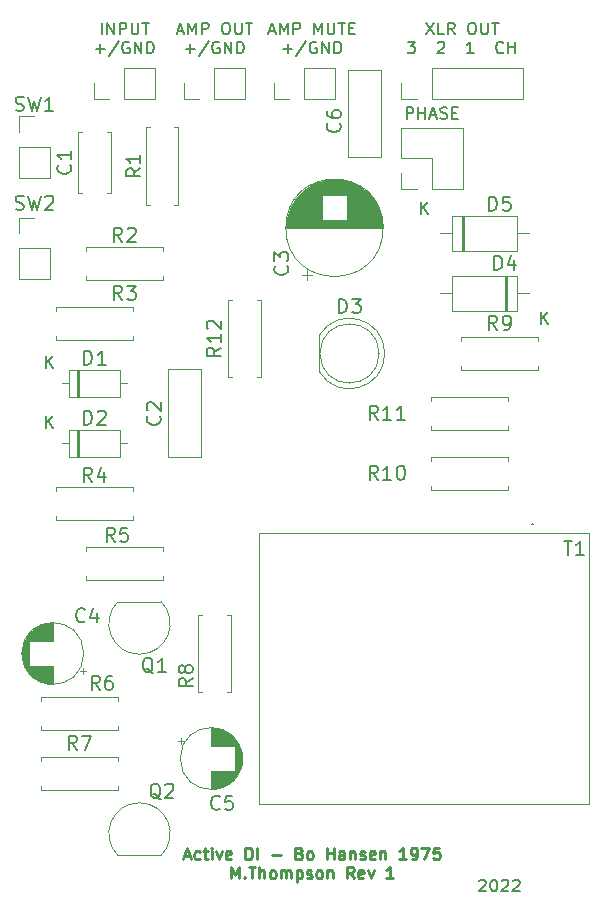
<source format=gbr>
%TF.GenerationSoftware,KiCad,Pcbnew,(6.0.2)*%
%TF.CreationDate,2022-04-03T01:31:02+08:00*%
%TF.ProjectId,BoHansen_DI,426f4861-6e73-4656-9e5f-44492e6b6963,rev?*%
%TF.SameCoordinates,Original*%
%TF.FileFunction,Legend,Top*%
%TF.FilePolarity,Positive*%
%FSLAX46Y46*%
G04 Gerber Fmt 4.6, Leading zero omitted, Abs format (unit mm)*
G04 Created by KiCad (PCBNEW (6.0.2)) date 2022-04-03 01:31:02*
%MOMM*%
%LPD*%
G01*
G04 APERTURE LIST*
%ADD10C,0.150000*%
%ADD11C,0.250000*%
%ADD12C,0.200000*%
%ADD13C,0.120000*%
%ADD14C,0.100000*%
G04 APERTURE END LIST*
D10*
X163592142Y-63952380D02*
X163592142Y-62952380D01*
X163973095Y-62952380D01*
X164068333Y-63000000D01*
X164115952Y-63047619D01*
X164163571Y-63142857D01*
X164163571Y-63285714D01*
X164115952Y-63380952D01*
X164068333Y-63428571D01*
X163973095Y-63476190D01*
X163592142Y-63476190D01*
X164592142Y-63952380D02*
X164592142Y-62952380D01*
X164592142Y-63428571D02*
X165163571Y-63428571D01*
X165163571Y-63952380D02*
X165163571Y-62952380D01*
X165592142Y-63666666D02*
X166068333Y-63666666D01*
X165496904Y-63952380D02*
X165830238Y-62952380D01*
X166163571Y-63952380D01*
X166449285Y-63904761D02*
X166592142Y-63952380D01*
X166830238Y-63952380D01*
X166925476Y-63904761D01*
X166973095Y-63857142D01*
X167020714Y-63761904D01*
X167020714Y-63666666D01*
X166973095Y-63571428D01*
X166925476Y-63523809D01*
X166830238Y-63476190D01*
X166639761Y-63428571D01*
X166544523Y-63380952D01*
X166496904Y-63333333D01*
X166449285Y-63238095D01*
X166449285Y-63142857D01*
X166496904Y-63047619D01*
X166544523Y-63000000D01*
X166639761Y-62952380D01*
X166877857Y-62952380D01*
X167020714Y-63000000D01*
X167449285Y-63428571D02*
X167782619Y-63428571D01*
X167925476Y-63952380D02*
X167449285Y-63952380D01*
X167449285Y-62952380D01*
X167925476Y-62952380D01*
D11*
X144741666Y-126361666D02*
X145217857Y-126361666D01*
X144646428Y-126647380D02*
X144979761Y-125647380D01*
X145313095Y-126647380D01*
X146075000Y-126599761D02*
X145979761Y-126647380D01*
X145789285Y-126647380D01*
X145694047Y-126599761D01*
X145646428Y-126552142D01*
X145598809Y-126456904D01*
X145598809Y-126171190D01*
X145646428Y-126075952D01*
X145694047Y-126028333D01*
X145789285Y-125980714D01*
X145979761Y-125980714D01*
X146075000Y-126028333D01*
X146360714Y-125980714D02*
X146741666Y-125980714D01*
X146503571Y-125647380D02*
X146503571Y-126504523D01*
X146551190Y-126599761D01*
X146646428Y-126647380D01*
X146741666Y-126647380D01*
X147075000Y-126647380D02*
X147075000Y-125980714D01*
X147075000Y-125647380D02*
X147027380Y-125695000D01*
X147075000Y-125742619D01*
X147122619Y-125695000D01*
X147075000Y-125647380D01*
X147075000Y-125742619D01*
X147455952Y-125980714D02*
X147694047Y-126647380D01*
X147932142Y-125980714D01*
X148694047Y-126599761D02*
X148598809Y-126647380D01*
X148408333Y-126647380D01*
X148313095Y-126599761D01*
X148265476Y-126504523D01*
X148265476Y-126123571D01*
X148313095Y-126028333D01*
X148408333Y-125980714D01*
X148598809Y-125980714D01*
X148694047Y-126028333D01*
X148741666Y-126123571D01*
X148741666Y-126218809D01*
X148265476Y-126314047D01*
X149932142Y-126647380D02*
X149932142Y-125647380D01*
X150170238Y-125647380D01*
X150313095Y-125695000D01*
X150408333Y-125790238D01*
X150455952Y-125885476D01*
X150503571Y-126075952D01*
X150503571Y-126218809D01*
X150455952Y-126409285D01*
X150408333Y-126504523D01*
X150313095Y-126599761D01*
X150170238Y-126647380D01*
X149932142Y-126647380D01*
X150932142Y-126647380D02*
X150932142Y-125647380D01*
X152170238Y-126266428D02*
X152932142Y-126266428D01*
X154503571Y-126123571D02*
X154646428Y-126171190D01*
X154694047Y-126218809D01*
X154741666Y-126314047D01*
X154741666Y-126456904D01*
X154694047Y-126552142D01*
X154646428Y-126599761D01*
X154551190Y-126647380D01*
X154170238Y-126647380D01*
X154170238Y-125647380D01*
X154503571Y-125647380D01*
X154598809Y-125695000D01*
X154646428Y-125742619D01*
X154694047Y-125837857D01*
X154694047Y-125933095D01*
X154646428Y-126028333D01*
X154598809Y-126075952D01*
X154503571Y-126123571D01*
X154170238Y-126123571D01*
X155313095Y-126647380D02*
X155217857Y-126599761D01*
X155170238Y-126552142D01*
X155122619Y-126456904D01*
X155122619Y-126171190D01*
X155170238Y-126075952D01*
X155217857Y-126028333D01*
X155313095Y-125980714D01*
X155455952Y-125980714D01*
X155551190Y-126028333D01*
X155598809Y-126075952D01*
X155646428Y-126171190D01*
X155646428Y-126456904D01*
X155598809Y-126552142D01*
X155551190Y-126599761D01*
X155455952Y-126647380D01*
X155313095Y-126647380D01*
X156836904Y-126647380D02*
X156836904Y-125647380D01*
X156836904Y-126123571D02*
X157408333Y-126123571D01*
X157408333Y-126647380D02*
X157408333Y-125647380D01*
X158313095Y-126647380D02*
X158313095Y-126123571D01*
X158265476Y-126028333D01*
X158170238Y-125980714D01*
X157979761Y-125980714D01*
X157884523Y-126028333D01*
X158313095Y-126599761D02*
X158217857Y-126647380D01*
X157979761Y-126647380D01*
X157884523Y-126599761D01*
X157836904Y-126504523D01*
X157836904Y-126409285D01*
X157884523Y-126314047D01*
X157979761Y-126266428D01*
X158217857Y-126266428D01*
X158313095Y-126218809D01*
X158789285Y-125980714D02*
X158789285Y-126647380D01*
X158789285Y-126075952D02*
X158836904Y-126028333D01*
X158932142Y-125980714D01*
X159075000Y-125980714D01*
X159170238Y-126028333D01*
X159217857Y-126123571D01*
X159217857Y-126647380D01*
X159646428Y-126599761D02*
X159741666Y-126647380D01*
X159932142Y-126647380D01*
X160027380Y-126599761D01*
X160075000Y-126504523D01*
X160075000Y-126456904D01*
X160027380Y-126361666D01*
X159932142Y-126314047D01*
X159789285Y-126314047D01*
X159694047Y-126266428D01*
X159646428Y-126171190D01*
X159646428Y-126123571D01*
X159694047Y-126028333D01*
X159789285Y-125980714D01*
X159932142Y-125980714D01*
X160027380Y-126028333D01*
X160884523Y-126599761D02*
X160789285Y-126647380D01*
X160598809Y-126647380D01*
X160503571Y-126599761D01*
X160455952Y-126504523D01*
X160455952Y-126123571D01*
X160503571Y-126028333D01*
X160598809Y-125980714D01*
X160789285Y-125980714D01*
X160884523Y-126028333D01*
X160932142Y-126123571D01*
X160932142Y-126218809D01*
X160455952Y-126314047D01*
X161360714Y-125980714D02*
X161360714Y-126647380D01*
X161360714Y-126075952D02*
X161408333Y-126028333D01*
X161503571Y-125980714D01*
X161646428Y-125980714D01*
X161741666Y-126028333D01*
X161789285Y-126123571D01*
X161789285Y-126647380D01*
X163551190Y-126647380D02*
X162979761Y-126647380D01*
X163265476Y-126647380D02*
X163265476Y-125647380D01*
X163170238Y-125790238D01*
X163075000Y-125885476D01*
X162979761Y-125933095D01*
X164027380Y-126647380D02*
X164217857Y-126647380D01*
X164313095Y-126599761D01*
X164360714Y-126552142D01*
X164455952Y-126409285D01*
X164503571Y-126218809D01*
X164503571Y-125837857D01*
X164455952Y-125742619D01*
X164408333Y-125695000D01*
X164313095Y-125647380D01*
X164122619Y-125647380D01*
X164027380Y-125695000D01*
X163979761Y-125742619D01*
X163932142Y-125837857D01*
X163932142Y-126075952D01*
X163979761Y-126171190D01*
X164027380Y-126218809D01*
X164122619Y-126266428D01*
X164313095Y-126266428D01*
X164408333Y-126218809D01*
X164455952Y-126171190D01*
X164503571Y-126075952D01*
X164836904Y-125647380D02*
X165503571Y-125647380D01*
X165075000Y-126647380D01*
X166360714Y-125647380D02*
X165884523Y-125647380D01*
X165836904Y-126123571D01*
X165884523Y-126075952D01*
X165979761Y-126028333D01*
X166217857Y-126028333D01*
X166313095Y-126075952D01*
X166360714Y-126123571D01*
X166408333Y-126218809D01*
X166408333Y-126456904D01*
X166360714Y-126552142D01*
X166313095Y-126599761D01*
X166217857Y-126647380D01*
X165979761Y-126647380D01*
X165884523Y-126599761D01*
X165836904Y-126552142D01*
X148741666Y-128257380D02*
X148741666Y-127257380D01*
X149075000Y-127971666D01*
X149408333Y-127257380D01*
X149408333Y-128257380D01*
X149884523Y-128162142D02*
X149932142Y-128209761D01*
X149884523Y-128257380D01*
X149836904Y-128209761D01*
X149884523Y-128162142D01*
X149884523Y-128257380D01*
X150217857Y-127257380D02*
X150789285Y-127257380D01*
X150503571Y-128257380D02*
X150503571Y-127257380D01*
X151122619Y-128257380D02*
X151122619Y-127257380D01*
X151551190Y-128257380D02*
X151551190Y-127733571D01*
X151503571Y-127638333D01*
X151408333Y-127590714D01*
X151265476Y-127590714D01*
X151170238Y-127638333D01*
X151122619Y-127685952D01*
X152170238Y-128257380D02*
X152075000Y-128209761D01*
X152027380Y-128162142D01*
X151979761Y-128066904D01*
X151979761Y-127781190D01*
X152027380Y-127685952D01*
X152075000Y-127638333D01*
X152170238Y-127590714D01*
X152313095Y-127590714D01*
X152408333Y-127638333D01*
X152455952Y-127685952D01*
X152503571Y-127781190D01*
X152503571Y-128066904D01*
X152455952Y-128162142D01*
X152408333Y-128209761D01*
X152313095Y-128257380D01*
X152170238Y-128257380D01*
X152932142Y-128257380D02*
X152932142Y-127590714D01*
X152932142Y-127685952D02*
X152979761Y-127638333D01*
X153075000Y-127590714D01*
X153217857Y-127590714D01*
X153313095Y-127638333D01*
X153360714Y-127733571D01*
X153360714Y-128257380D01*
X153360714Y-127733571D02*
X153408333Y-127638333D01*
X153503571Y-127590714D01*
X153646428Y-127590714D01*
X153741666Y-127638333D01*
X153789285Y-127733571D01*
X153789285Y-128257380D01*
X154265476Y-127590714D02*
X154265476Y-128590714D01*
X154265476Y-127638333D02*
X154360714Y-127590714D01*
X154551190Y-127590714D01*
X154646428Y-127638333D01*
X154694047Y-127685952D01*
X154741666Y-127781190D01*
X154741666Y-128066904D01*
X154694047Y-128162142D01*
X154646428Y-128209761D01*
X154551190Y-128257380D01*
X154360714Y-128257380D01*
X154265476Y-128209761D01*
X155122619Y-128209761D02*
X155217857Y-128257380D01*
X155408333Y-128257380D01*
X155503571Y-128209761D01*
X155551190Y-128114523D01*
X155551190Y-128066904D01*
X155503571Y-127971666D01*
X155408333Y-127924047D01*
X155265476Y-127924047D01*
X155170238Y-127876428D01*
X155122619Y-127781190D01*
X155122619Y-127733571D01*
X155170238Y-127638333D01*
X155265476Y-127590714D01*
X155408333Y-127590714D01*
X155503571Y-127638333D01*
X156122619Y-128257380D02*
X156027380Y-128209761D01*
X155979761Y-128162142D01*
X155932142Y-128066904D01*
X155932142Y-127781190D01*
X155979761Y-127685952D01*
X156027380Y-127638333D01*
X156122619Y-127590714D01*
X156265476Y-127590714D01*
X156360714Y-127638333D01*
X156408333Y-127685952D01*
X156455952Y-127781190D01*
X156455952Y-128066904D01*
X156408333Y-128162142D01*
X156360714Y-128209761D01*
X156265476Y-128257380D01*
X156122619Y-128257380D01*
X156884523Y-127590714D02*
X156884523Y-128257380D01*
X156884523Y-127685952D02*
X156932142Y-127638333D01*
X157027380Y-127590714D01*
X157170238Y-127590714D01*
X157265476Y-127638333D01*
X157313095Y-127733571D01*
X157313095Y-128257380D01*
X159122619Y-128257380D02*
X158789285Y-127781190D01*
X158551190Y-128257380D02*
X158551190Y-127257380D01*
X158932142Y-127257380D01*
X159027380Y-127305000D01*
X159075000Y-127352619D01*
X159122619Y-127447857D01*
X159122619Y-127590714D01*
X159075000Y-127685952D01*
X159027380Y-127733571D01*
X158932142Y-127781190D01*
X158551190Y-127781190D01*
X159932142Y-128209761D02*
X159836904Y-128257380D01*
X159646428Y-128257380D01*
X159551190Y-128209761D01*
X159503571Y-128114523D01*
X159503571Y-127733571D01*
X159551190Y-127638333D01*
X159646428Y-127590714D01*
X159836904Y-127590714D01*
X159932142Y-127638333D01*
X159979761Y-127733571D01*
X159979761Y-127828809D01*
X159503571Y-127924047D01*
X160313095Y-127590714D02*
X160551190Y-128257380D01*
X160789285Y-127590714D01*
X162455952Y-128257380D02*
X161884523Y-128257380D01*
X162170238Y-128257380D02*
X162170238Y-127257380D01*
X162075000Y-127400238D01*
X161979761Y-127495476D01*
X161884523Y-127543095D01*
D10*
X169735714Y-128452619D02*
X169783333Y-128405000D01*
X169878571Y-128357380D01*
X170116666Y-128357380D01*
X170211904Y-128405000D01*
X170259523Y-128452619D01*
X170307142Y-128547857D01*
X170307142Y-128643095D01*
X170259523Y-128785952D01*
X169688095Y-129357380D01*
X170307142Y-129357380D01*
X170926190Y-128357380D02*
X171021428Y-128357380D01*
X171116666Y-128405000D01*
X171164285Y-128452619D01*
X171211904Y-128547857D01*
X171259523Y-128738333D01*
X171259523Y-128976428D01*
X171211904Y-129166904D01*
X171164285Y-129262142D01*
X171116666Y-129309761D01*
X171021428Y-129357380D01*
X170926190Y-129357380D01*
X170830952Y-129309761D01*
X170783333Y-129262142D01*
X170735714Y-129166904D01*
X170688095Y-128976428D01*
X170688095Y-128738333D01*
X170735714Y-128547857D01*
X170783333Y-128452619D01*
X170830952Y-128405000D01*
X170926190Y-128357380D01*
X171640476Y-128452619D02*
X171688095Y-128405000D01*
X171783333Y-128357380D01*
X172021428Y-128357380D01*
X172116666Y-128405000D01*
X172164285Y-128452619D01*
X172211904Y-128547857D01*
X172211904Y-128643095D01*
X172164285Y-128785952D01*
X171592857Y-129357380D01*
X172211904Y-129357380D01*
X172592857Y-128452619D02*
X172640476Y-128405000D01*
X172735714Y-128357380D01*
X172973809Y-128357380D01*
X173069047Y-128405000D01*
X173116666Y-128452619D01*
X173164285Y-128547857D01*
X173164285Y-128643095D01*
X173116666Y-128785952D01*
X172545238Y-129357380D01*
X173164285Y-129357380D01*
X137771428Y-56797380D02*
X137771428Y-55797380D01*
X138247619Y-56797380D02*
X138247619Y-55797380D01*
X138819047Y-56797380D01*
X138819047Y-55797380D01*
X139295238Y-56797380D02*
X139295238Y-55797380D01*
X139676190Y-55797380D01*
X139771428Y-55845000D01*
X139819047Y-55892619D01*
X139866666Y-55987857D01*
X139866666Y-56130714D01*
X139819047Y-56225952D01*
X139771428Y-56273571D01*
X139676190Y-56321190D01*
X139295238Y-56321190D01*
X140295238Y-55797380D02*
X140295238Y-56606904D01*
X140342857Y-56702142D01*
X140390476Y-56749761D01*
X140485714Y-56797380D01*
X140676190Y-56797380D01*
X140771428Y-56749761D01*
X140819047Y-56702142D01*
X140866666Y-56606904D01*
X140866666Y-55797380D01*
X141200000Y-55797380D02*
X141771428Y-55797380D01*
X141485714Y-56797380D02*
X141485714Y-55797380D01*
X137271428Y-58026428D02*
X138033333Y-58026428D01*
X137652380Y-58407380D02*
X137652380Y-57645476D01*
X139223809Y-57359761D02*
X138366666Y-58645476D01*
X140080952Y-57455000D02*
X139985714Y-57407380D01*
X139842857Y-57407380D01*
X139700000Y-57455000D01*
X139604761Y-57550238D01*
X139557142Y-57645476D01*
X139509523Y-57835952D01*
X139509523Y-57978809D01*
X139557142Y-58169285D01*
X139604761Y-58264523D01*
X139700000Y-58359761D01*
X139842857Y-58407380D01*
X139938095Y-58407380D01*
X140080952Y-58359761D01*
X140128571Y-58312142D01*
X140128571Y-57978809D01*
X139938095Y-57978809D01*
X140557142Y-58407380D02*
X140557142Y-57407380D01*
X141128571Y-58407380D01*
X141128571Y-57407380D01*
X141604761Y-58407380D02*
X141604761Y-57407380D01*
X141842857Y-57407380D01*
X141985714Y-57455000D01*
X142080952Y-57550238D01*
X142128571Y-57645476D01*
X142176190Y-57835952D01*
X142176190Y-57978809D01*
X142128571Y-58169285D01*
X142080952Y-58264523D01*
X141985714Y-58359761D01*
X141842857Y-58407380D01*
X141604761Y-58407380D01*
X165227380Y-55797380D02*
X165894047Y-56797380D01*
X165894047Y-55797380D02*
X165227380Y-56797380D01*
X166751190Y-56797380D02*
X166275000Y-56797380D01*
X166275000Y-55797380D01*
X167655952Y-56797380D02*
X167322619Y-56321190D01*
X167084523Y-56797380D02*
X167084523Y-55797380D01*
X167465476Y-55797380D01*
X167560714Y-55845000D01*
X167608333Y-55892619D01*
X167655952Y-55987857D01*
X167655952Y-56130714D01*
X167608333Y-56225952D01*
X167560714Y-56273571D01*
X167465476Y-56321190D01*
X167084523Y-56321190D01*
X169036904Y-55797380D02*
X169227380Y-55797380D01*
X169322619Y-55845000D01*
X169417857Y-55940238D01*
X169465476Y-56130714D01*
X169465476Y-56464047D01*
X169417857Y-56654523D01*
X169322619Y-56749761D01*
X169227380Y-56797380D01*
X169036904Y-56797380D01*
X168941666Y-56749761D01*
X168846428Y-56654523D01*
X168798809Y-56464047D01*
X168798809Y-56130714D01*
X168846428Y-55940238D01*
X168941666Y-55845000D01*
X169036904Y-55797380D01*
X169894047Y-55797380D02*
X169894047Y-56606904D01*
X169941666Y-56702142D01*
X169989285Y-56749761D01*
X170084523Y-56797380D01*
X170275000Y-56797380D01*
X170370238Y-56749761D01*
X170417857Y-56702142D01*
X170465476Y-56606904D01*
X170465476Y-55797380D01*
X170798809Y-55797380D02*
X171370238Y-55797380D01*
X171084523Y-56797380D02*
X171084523Y-55797380D01*
X163679761Y-57407380D02*
X164298809Y-57407380D01*
X163965476Y-57788333D01*
X164108333Y-57788333D01*
X164203571Y-57835952D01*
X164251190Y-57883571D01*
X164298809Y-57978809D01*
X164298809Y-58216904D01*
X164251190Y-58312142D01*
X164203571Y-58359761D01*
X164108333Y-58407380D01*
X163822619Y-58407380D01*
X163727380Y-58359761D01*
X163679761Y-58312142D01*
X166203571Y-57502619D02*
X166251190Y-57455000D01*
X166346428Y-57407380D01*
X166584523Y-57407380D01*
X166679761Y-57455000D01*
X166727380Y-57502619D01*
X166775000Y-57597857D01*
X166775000Y-57693095D01*
X166727380Y-57835952D01*
X166155952Y-58407380D01*
X166775000Y-58407380D01*
X169251190Y-58407380D02*
X168679761Y-58407380D01*
X168965476Y-58407380D02*
X168965476Y-57407380D01*
X168870238Y-57550238D01*
X168775000Y-57645476D01*
X168679761Y-57693095D01*
X171775000Y-58312142D02*
X171727380Y-58359761D01*
X171584523Y-58407380D01*
X171489285Y-58407380D01*
X171346428Y-58359761D01*
X171251190Y-58264523D01*
X171203571Y-58169285D01*
X171155952Y-57978809D01*
X171155952Y-57835952D01*
X171203571Y-57645476D01*
X171251190Y-57550238D01*
X171346428Y-57455000D01*
X171489285Y-57407380D01*
X171584523Y-57407380D01*
X171727380Y-57455000D01*
X171775000Y-57502619D01*
X172203571Y-58407380D02*
X172203571Y-57407380D01*
X172203571Y-57883571D02*
X172775000Y-57883571D01*
X172775000Y-58407380D02*
X172775000Y-57407380D01*
X151955952Y-56511666D02*
X152432142Y-56511666D01*
X151860714Y-56797380D02*
X152194047Y-55797380D01*
X152527380Y-56797380D01*
X152860714Y-56797380D02*
X152860714Y-55797380D01*
X153194047Y-56511666D01*
X153527380Y-55797380D01*
X153527380Y-56797380D01*
X154003571Y-56797380D02*
X154003571Y-55797380D01*
X154384523Y-55797380D01*
X154479761Y-55845000D01*
X154527380Y-55892619D01*
X154575000Y-55987857D01*
X154575000Y-56130714D01*
X154527380Y-56225952D01*
X154479761Y-56273571D01*
X154384523Y-56321190D01*
X154003571Y-56321190D01*
X155765476Y-56797380D02*
X155765476Y-55797380D01*
X156098809Y-56511666D01*
X156432142Y-55797380D01*
X156432142Y-56797380D01*
X156908333Y-55797380D02*
X156908333Y-56606904D01*
X156955952Y-56702142D01*
X157003571Y-56749761D01*
X157098809Y-56797380D01*
X157289285Y-56797380D01*
X157384523Y-56749761D01*
X157432142Y-56702142D01*
X157479761Y-56606904D01*
X157479761Y-55797380D01*
X157813095Y-55797380D02*
X158384523Y-55797380D01*
X158098809Y-56797380D02*
X158098809Y-55797380D01*
X158717857Y-56273571D02*
X159051190Y-56273571D01*
X159194047Y-56797380D02*
X158717857Y-56797380D01*
X158717857Y-55797380D01*
X159194047Y-55797380D01*
X153146428Y-58026428D02*
X153908333Y-58026428D01*
X153527380Y-58407380D02*
X153527380Y-57645476D01*
X155098809Y-57359761D02*
X154241666Y-58645476D01*
X155955952Y-57455000D02*
X155860714Y-57407380D01*
X155717857Y-57407380D01*
X155575000Y-57455000D01*
X155479761Y-57550238D01*
X155432142Y-57645476D01*
X155384523Y-57835952D01*
X155384523Y-57978809D01*
X155432142Y-58169285D01*
X155479761Y-58264523D01*
X155575000Y-58359761D01*
X155717857Y-58407380D01*
X155813095Y-58407380D01*
X155955952Y-58359761D01*
X156003571Y-58312142D01*
X156003571Y-57978809D01*
X155813095Y-57978809D01*
X156432142Y-58407380D02*
X156432142Y-57407380D01*
X157003571Y-58407380D01*
X157003571Y-57407380D01*
X157479761Y-58407380D02*
X157479761Y-57407380D01*
X157717857Y-57407380D01*
X157860714Y-57455000D01*
X157955952Y-57550238D01*
X158003571Y-57645476D01*
X158051190Y-57835952D01*
X158051190Y-57978809D01*
X158003571Y-58169285D01*
X157955952Y-58264523D01*
X157860714Y-58359761D01*
X157717857Y-58407380D01*
X157479761Y-58407380D01*
X144200952Y-56511666D02*
X144677142Y-56511666D01*
X144105714Y-56797380D02*
X144439047Y-55797380D01*
X144772380Y-56797380D01*
X145105714Y-56797380D02*
X145105714Y-55797380D01*
X145439047Y-56511666D01*
X145772380Y-55797380D01*
X145772380Y-56797380D01*
X146248571Y-56797380D02*
X146248571Y-55797380D01*
X146629523Y-55797380D01*
X146724761Y-55845000D01*
X146772380Y-55892619D01*
X146820000Y-55987857D01*
X146820000Y-56130714D01*
X146772380Y-56225952D01*
X146724761Y-56273571D01*
X146629523Y-56321190D01*
X146248571Y-56321190D01*
X148200952Y-55797380D02*
X148391428Y-55797380D01*
X148486666Y-55845000D01*
X148581904Y-55940238D01*
X148629523Y-56130714D01*
X148629523Y-56464047D01*
X148581904Y-56654523D01*
X148486666Y-56749761D01*
X148391428Y-56797380D01*
X148200952Y-56797380D01*
X148105714Y-56749761D01*
X148010476Y-56654523D01*
X147962857Y-56464047D01*
X147962857Y-56130714D01*
X148010476Y-55940238D01*
X148105714Y-55845000D01*
X148200952Y-55797380D01*
X149058095Y-55797380D02*
X149058095Y-56606904D01*
X149105714Y-56702142D01*
X149153333Y-56749761D01*
X149248571Y-56797380D01*
X149439047Y-56797380D01*
X149534285Y-56749761D01*
X149581904Y-56702142D01*
X149629523Y-56606904D01*
X149629523Y-55797380D01*
X149962857Y-55797380D02*
X150534285Y-55797380D01*
X150248571Y-56797380D02*
X150248571Y-55797380D01*
X144891428Y-58026428D02*
X145653333Y-58026428D01*
X145272380Y-58407380D02*
X145272380Y-57645476D01*
X146843809Y-57359761D02*
X145986666Y-58645476D01*
X147700952Y-57455000D02*
X147605714Y-57407380D01*
X147462857Y-57407380D01*
X147320000Y-57455000D01*
X147224761Y-57550238D01*
X147177142Y-57645476D01*
X147129523Y-57835952D01*
X147129523Y-57978809D01*
X147177142Y-58169285D01*
X147224761Y-58264523D01*
X147320000Y-58359761D01*
X147462857Y-58407380D01*
X147558095Y-58407380D01*
X147700952Y-58359761D01*
X147748571Y-58312142D01*
X147748571Y-57978809D01*
X147558095Y-57978809D01*
X148177142Y-58407380D02*
X148177142Y-57407380D01*
X148748571Y-58407380D01*
X148748571Y-57407380D01*
X149224761Y-58407380D02*
X149224761Y-57407380D01*
X149462857Y-57407380D01*
X149605714Y-57455000D01*
X149700952Y-57550238D01*
X149748571Y-57645476D01*
X149796190Y-57835952D01*
X149796190Y-57978809D01*
X149748571Y-58169285D01*
X149700952Y-58264523D01*
X149605714Y-58359761D01*
X149462857Y-58407380D01*
X149224761Y-58407380D01*
D12*
%TO.C,R4*%
X136960000Y-94692857D02*
X136560000Y-94121428D01*
X136274285Y-94692857D02*
X136274285Y-93492857D01*
X136731428Y-93492857D01*
X136845714Y-93550000D01*
X136902857Y-93607142D01*
X136960000Y-93721428D01*
X136960000Y-93892857D01*
X136902857Y-94007142D01*
X136845714Y-94064285D01*
X136731428Y-94121428D01*
X136274285Y-94121428D01*
X137988571Y-93892857D02*
X137988571Y-94692857D01*
X137702857Y-93435714D02*
X137417142Y-94292857D01*
X138160000Y-94292857D01*
%TO.C,C2*%
X142668571Y-89100000D02*
X142725714Y-89157142D01*
X142782857Y-89328571D01*
X142782857Y-89442857D01*
X142725714Y-89614285D01*
X142611428Y-89728571D01*
X142497142Y-89785714D01*
X142268571Y-89842857D01*
X142097142Y-89842857D01*
X141868571Y-89785714D01*
X141754285Y-89728571D01*
X141640000Y-89614285D01*
X141582857Y-89442857D01*
X141582857Y-89328571D01*
X141640000Y-89157142D01*
X141697142Y-89100000D01*
X141697142Y-88642857D02*
X141640000Y-88585714D01*
X141582857Y-88471428D01*
X141582857Y-88185714D01*
X141640000Y-88071428D01*
X141697142Y-88014285D01*
X141811428Y-87957142D01*
X141925714Y-87957142D01*
X142097142Y-88014285D01*
X142782857Y-88700000D01*
X142782857Y-87957142D01*
%TO.C,R11*%
X161153571Y-89442857D02*
X160753571Y-88871428D01*
X160467857Y-89442857D02*
X160467857Y-88242857D01*
X160925000Y-88242857D01*
X161039285Y-88300000D01*
X161096428Y-88357142D01*
X161153571Y-88471428D01*
X161153571Y-88642857D01*
X161096428Y-88757142D01*
X161039285Y-88814285D01*
X160925000Y-88871428D01*
X160467857Y-88871428D01*
X162296428Y-89442857D02*
X161610714Y-89442857D01*
X161953571Y-89442857D02*
X161953571Y-88242857D01*
X161839285Y-88414285D01*
X161725000Y-88528571D01*
X161610714Y-88585714D01*
X163439285Y-89442857D02*
X162753571Y-89442857D01*
X163096428Y-89442857D02*
X163096428Y-88242857D01*
X162982142Y-88414285D01*
X162867857Y-88528571D01*
X162753571Y-88585714D01*
%TO.C,R1*%
X141047857Y-68145000D02*
X140476428Y-68545000D01*
X141047857Y-68830714D02*
X139847857Y-68830714D01*
X139847857Y-68373571D01*
X139905000Y-68259285D01*
X139962142Y-68202142D01*
X140076428Y-68145000D01*
X140247857Y-68145000D01*
X140362142Y-68202142D01*
X140419285Y-68259285D01*
X140476428Y-68373571D01*
X140476428Y-68830714D01*
X141047857Y-67002142D02*
X141047857Y-67687857D01*
X141047857Y-67345000D02*
X139847857Y-67345000D01*
X140019285Y-67459285D01*
X140133571Y-67573571D01*
X140190714Y-67687857D01*
%TO.C,D2*%
X136274285Y-89862857D02*
X136274285Y-88662857D01*
X136560000Y-88662857D01*
X136731428Y-88720000D01*
X136845714Y-88834285D01*
X136902857Y-88948571D01*
X136960000Y-89177142D01*
X136960000Y-89348571D01*
X136902857Y-89577142D01*
X136845714Y-89691428D01*
X136731428Y-89805714D01*
X136560000Y-89862857D01*
X136274285Y-89862857D01*
X137417142Y-88777142D02*
X137474285Y-88720000D01*
X137588571Y-88662857D01*
X137874285Y-88662857D01*
X137988571Y-88720000D01*
X138045714Y-88777142D01*
X138102857Y-88891428D01*
X138102857Y-89005714D01*
X138045714Y-89177142D01*
X137360000Y-89862857D01*
X138102857Y-89862857D01*
D10*
X133088095Y-90092380D02*
X133088095Y-89092380D01*
X133659523Y-90092380D02*
X133230952Y-89520952D01*
X133659523Y-89092380D02*
X133088095Y-89663809D01*
D12*
%TO.C,R8*%
X145492857Y-111325000D02*
X144921428Y-111725000D01*
X145492857Y-112010714D02*
X144292857Y-112010714D01*
X144292857Y-111553571D01*
X144350000Y-111439285D01*
X144407142Y-111382142D01*
X144521428Y-111325000D01*
X144692857Y-111325000D01*
X144807142Y-111382142D01*
X144864285Y-111439285D01*
X144921428Y-111553571D01*
X144921428Y-112010714D01*
X144807142Y-110639285D02*
X144750000Y-110753571D01*
X144692857Y-110810714D01*
X144578571Y-110867857D01*
X144521428Y-110867857D01*
X144407142Y-110810714D01*
X144350000Y-110753571D01*
X144292857Y-110639285D01*
X144292857Y-110410714D01*
X144350000Y-110296428D01*
X144407142Y-110239285D01*
X144521428Y-110182142D01*
X144578571Y-110182142D01*
X144692857Y-110239285D01*
X144750000Y-110296428D01*
X144807142Y-110410714D01*
X144807142Y-110639285D01*
X144864285Y-110753571D01*
X144921428Y-110810714D01*
X145035714Y-110867857D01*
X145264285Y-110867857D01*
X145378571Y-110810714D01*
X145435714Y-110753571D01*
X145492857Y-110639285D01*
X145492857Y-110410714D01*
X145435714Y-110296428D01*
X145378571Y-110239285D01*
X145264285Y-110182142D01*
X145035714Y-110182142D01*
X144921428Y-110239285D01*
X144864285Y-110296428D01*
X144807142Y-110410714D01*
%TO.C,C1*%
X135088571Y-67850000D02*
X135145714Y-67907142D01*
X135202857Y-68078571D01*
X135202857Y-68192857D01*
X135145714Y-68364285D01*
X135031428Y-68478571D01*
X134917142Y-68535714D01*
X134688571Y-68592857D01*
X134517142Y-68592857D01*
X134288571Y-68535714D01*
X134174285Y-68478571D01*
X134060000Y-68364285D01*
X134002857Y-68192857D01*
X134002857Y-68078571D01*
X134060000Y-67907142D01*
X134117142Y-67850000D01*
X135202857Y-66707142D02*
X135202857Y-67392857D01*
X135202857Y-67050000D02*
X134002857Y-67050000D01*
X134174285Y-67164285D01*
X134288571Y-67278571D01*
X134345714Y-67392857D01*
%TO.C,SW2*%
X130480000Y-71605714D02*
X130651428Y-71662857D01*
X130937142Y-71662857D01*
X131051428Y-71605714D01*
X131108571Y-71548571D01*
X131165714Y-71434285D01*
X131165714Y-71320000D01*
X131108571Y-71205714D01*
X131051428Y-71148571D01*
X130937142Y-71091428D01*
X130708571Y-71034285D01*
X130594285Y-70977142D01*
X130537142Y-70920000D01*
X130480000Y-70805714D01*
X130480000Y-70691428D01*
X130537142Y-70577142D01*
X130594285Y-70520000D01*
X130708571Y-70462857D01*
X130994285Y-70462857D01*
X131165714Y-70520000D01*
X131565714Y-70462857D02*
X131851428Y-71662857D01*
X132080000Y-70805714D01*
X132308571Y-71662857D01*
X132594285Y-70462857D01*
X132994285Y-70577142D02*
X133051428Y-70520000D01*
X133165714Y-70462857D01*
X133451428Y-70462857D01*
X133565714Y-70520000D01*
X133622857Y-70577142D01*
X133680000Y-70691428D01*
X133680000Y-70805714D01*
X133622857Y-70977142D01*
X132937142Y-71662857D01*
X133680000Y-71662857D01*
%TO.C,R5*%
X138865000Y-99772857D02*
X138465000Y-99201428D01*
X138179285Y-99772857D02*
X138179285Y-98572857D01*
X138636428Y-98572857D01*
X138750714Y-98630000D01*
X138807857Y-98687142D01*
X138865000Y-98801428D01*
X138865000Y-98972857D01*
X138807857Y-99087142D01*
X138750714Y-99144285D01*
X138636428Y-99201428D01*
X138179285Y-99201428D01*
X139950714Y-98572857D02*
X139379285Y-98572857D01*
X139322142Y-99144285D01*
X139379285Y-99087142D01*
X139493571Y-99030000D01*
X139779285Y-99030000D01*
X139893571Y-99087142D01*
X139950714Y-99144285D01*
X140007857Y-99258571D01*
X140007857Y-99544285D01*
X139950714Y-99658571D01*
X139893571Y-99715714D01*
X139779285Y-99772857D01*
X139493571Y-99772857D01*
X139379285Y-99715714D01*
X139322142Y-99658571D01*
%TO.C,C3*%
X153463571Y-76400000D02*
X153520714Y-76457142D01*
X153577857Y-76628571D01*
X153577857Y-76742857D01*
X153520714Y-76914285D01*
X153406428Y-77028571D01*
X153292142Y-77085714D01*
X153063571Y-77142857D01*
X152892142Y-77142857D01*
X152663571Y-77085714D01*
X152549285Y-77028571D01*
X152435000Y-76914285D01*
X152377857Y-76742857D01*
X152377857Y-76628571D01*
X152435000Y-76457142D01*
X152492142Y-76400000D01*
X152377857Y-76000000D02*
X152377857Y-75257142D01*
X152835000Y-75657142D01*
X152835000Y-75485714D01*
X152892142Y-75371428D01*
X152949285Y-75314285D01*
X153063571Y-75257142D01*
X153349285Y-75257142D01*
X153463571Y-75314285D01*
X153520714Y-75371428D01*
X153577857Y-75485714D01*
X153577857Y-75828571D01*
X153520714Y-75942857D01*
X153463571Y-76000000D01*
%TO.C,C6*%
X157908571Y-64335000D02*
X157965714Y-64392142D01*
X158022857Y-64563571D01*
X158022857Y-64677857D01*
X157965714Y-64849285D01*
X157851428Y-64963571D01*
X157737142Y-65020714D01*
X157508571Y-65077857D01*
X157337142Y-65077857D01*
X157108571Y-65020714D01*
X156994285Y-64963571D01*
X156880000Y-64849285D01*
X156822857Y-64677857D01*
X156822857Y-64563571D01*
X156880000Y-64392142D01*
X156937142Y-64335000D01*
X156822857Y-63306428D02*
X156822857Y-63535000D01*
X156880000Y-63649285D01*
X156937142Y-63706428D01*
X157108571Y-63820714D01*
X157337142Y-63877857D01*
X157794285Y-63877857D01*
X157908571Y-63820714D01*
X157965714Y-63763571D01*
X158022857Y-63649285D01*
X158022857Y-63420714D01*
X157965714Y-63306428D01*
X157908571Y-63249285D01*
X157794285Y-63192142D01*
X157508571Y-63192142D01*
X157394285Y-63249285D01*
X157337142Y-63306428D01*
X157280000Y-63420714D01*
X157280000Y-63649285D01*
X157337142Y-63763571D01*
X157394285Y-63820714D01*
X157508571Y-63877857D01*
%TO.C,D5*%
X170564285Y-71732857D02*
X170564285Y-70532857D01*
X170850000Y-70532857D01*
X171021428Y-70590000D01*
X171135714Y-70704285D01*
X171192857Y-70818571D01*
X171250000Y-71047142D01*
X171250000Y-71218571D01*
X171192857Y-71447142D01*
X171135714Y-71561428D01*
X171021428Y-71675714D01*
X170850000Y-71732857D01*
X170564285Y-71732857D01*
X172335714Y-70532857D02*
X171764285Y-70532857D01*
X171707142Y-71104285D01*
X171764285Y-71047142D01*
X171878571Y-70990000D01*
X172164285Y-70990000D01*
X172278571Y-71047142D01*
X172335714Y-71104285D01*
X172392857Y-71218571D01*
X172392857Y-71504285D01*
X172335714Y-71618571D01*
X172278571Y-71675714D01*
X172164285Y-71732857D01*
X171878571Y-71732857D01*
X171764285Y-71675714D01*
X171707142Y-71618571D01*
D10*
X164838095Y-72012380D02*
X164838095Y-71012380D01*
X165409523Y-72012380D02*
X164980952Y-71440952D01*
X165409523Y-71012380D02*
X164838095Y-71583809D01*
D12*
%TO.C,T1*%
X176885714Y-99672857D02*
X177571428Y-99672857D01*
X177228571Y-100872857D02*
X177228571Y-99672857D01*
X178600000Y-100872857D02*
X177914285Y-100872857D01*
X178257142Y-100872857D02*
X178257142Y-99672857D01*
X178142857Y-99844285D01*
X178028571Y-99958571D01*
X177914285Y-100015714D01*
%TO.C,R9*%
X171250000Y-81822857D02*
X170850000Y-81251428D01*
X170564285Y-81822857D02*
X170564285Y-80622857D01*
X171021428Y-80622857D01*
X171135714Y-80680000D01*
X171192857Y-80737142D01*
X171250000Y-80851428D01*
X171250000Y-81022857D01*
X171192857Y-81137142D01*
X171135714Y-81194285D01*
X171021428Y-81251428D01*
X170564285Y-81251428D01*
X171821428Y-81822857D02*
X172050000Y-81822857D01*
X172164285Y-81765714D01*
X172221428Y-81708571D01*
X172335714Y-81537142D01*
X172392857Y-81308571D01*
X172392857Y-80851428D01*
X172335714Y-80737142D01*
X172278571Y-80680000D01*
X172164285Y-80622857D01*
X171935714Y-80622857D01*
X171821428Y-80680000D01*
X171764285Y-80737142D01*
X171707142Y-80851428D01*
X171707142Y-81137142D01*
X171764285Y-81251428D01*
X171821428Y-81308571D01*
X171935714Y-81365714D01*
X172164285Y-81365714D01*
X172278571Y-81308571D01*
X172335714Y-81251428D01*
X172392857Y-81137142D01*
%TO.C,C5*%
X147755000Y-122348571D02*
X147697857Y-122405714D01*
X147526428Y-122462857D01*
X147412142Y-122462857D01*
X147240714Y-122405714D01*
X147126428Y-122291428D01*
X147069285Y-122177142D01*
X147012142Y-121948571D01*
X147012142Y-121777142D01*
X147069285Y-121548571D01*
X147126428Y-121434285D01*
X147240714Y-121320000D01*
X147412142Y-121262857D01*
X147526428Y-121262857D01*
X147697857Y-121320000D01*
X147755000Y-121377142D01*
X148840714Y-121262857D02*
X148269285Y-121262857D01*
X148212142Y-121834285D01*
X148269285Y-121777142D01*
X148383571Y-121720000D01*
X148669285Y-121720000D01*
X148783571Y-121777142D01*
X148840714Y-121834285D01*
X148897857Y-121948571D01*
X148897857Y-122234285D01*
X148840714Y-122348571D01*
X148783571Y-122405714D01*
X148669285Y-122462857D01*
X148383571Y-122462857D01*
X148269285Y-122405714D01*
X148212142Y-122348571D01*
%TO.C,R10*%
X161153571Y-94522857D02*
X160753571Y-93951428D01*
X160467857Y-94522857D02*
X160467857Y-93322857D01*
X160925000Y-93322857D01*
X161039285Y-93380000D01*
X161096428Y-93437142D01*
X161153571Y-93551428D01*
X161153571Y-93722857D01*
X161096428Y-93837142D01*
X161039285Y-93894285D01*
X160925000Y-93951428D01*
X160467857Y-93951428D01*
X162296428Y-94522857D02*
X161610714Y-94522857D01*
X161953571Y-94522857D02*
X161953571Y-93322857D01*
X161839285Y-93494285D01*
X161725000Y-93608571D01*
X161610714Y-93665714D01*
X163039285Y-93322857D02*
X163153571Y-93322857D01*
X163267857Y-93380000D01*
X163325000Y-93437142D01*
X163382142Y-93551428D01*
X163439285Y-93780000D01*
X163439285Y-94065714D01*
X163382142Y-94294285D01*
X163325000Y-94408571D01*
X163267857Y-94465714D01*
X163153571Y-94522857D01*
X163039285Y-94522857D01*
X162925000Y-94465714D01*
X162867857Y-94408571D01*
X162810714Y-94294285D01*
X162753571Y-94065714D01*
X162753571Y-93780000D01*
X162810714Y-93551428D01*
X162867857Y-93437142D01*
X162925000Y-93380000D01*
X163039285Y-93322857D01*
%TO.C,C4*%
X136325000Y-106473571D02*
X136267857Y-106530714D01*
X136096428Y-106587857D01*
X135982142Y-106587857D01*
X135810714Y-106530714D01*
X135696428Y-106416428D01*
X135639285Y-106302142D01*
X135582142Y-106073571D01*
X135582142Y-105902142D01*
X135639285Y-105673571D01*
X135696428Y-105559285D01*
X135810714Y-105445000D01*
X135982142Y-105387857D01*
X136096428Y-105387857D01*
X136267857Y-105445000D01*
X136325000Y-105502142D01*
X137353571Y-105787857D02*
X137353571Y-106587857D01*
X137067857Y-105330714D02*
X136782142Y-106187857D01*
X137525000Y-106187857D01*
%TO.C,R6*%
X137595000Y-112302857D02*
X137195000Y-111731428D01*
X136909285Y-112302857D02*
X136909285Y-111102857D01*
X137366428Y-111102857D01*
X137480714Y-111160000D01*
X137537857Y-111217142D01*
X137595000Y-111331428D01*
X137595000Y-111502857D01*
X137537857Y-111617142D01*
X137480714Y-111674285D01*
X137366428Y-111731428D01*
X136909285Y-111731428D01*
X138623571Y-111102857D02*
X138395000Y-111102857D01*
X138280714Y-111160000D01*
X138223571Y-111217142D01*
X138109285Y-111388571D01*
X138052142Y-111617142D01*
X138052142Y-112074285D01*
X138109285Y-112188571D01*
X138166428Y-112245714D01*
X138280714Y-112302857D01*
X138509285Y-112302857D01*
X138623571Y-112245714D01*
X138680714Y-112188571D01*
X138737857Y-112074285D01*
X138737857Y-111788571D01*
X138680714Y-111674285D01*
X138623571Y-111617142D01*
X138509285Y-111560000D01*
X138280714Y-111560000D01*
X138166428Y-111617142D01*
X138109285Y-111674285D01*
X138052142Y-111788571D01*
%TO.C,R12*%
X147862857Y-83321428D02*
X147291428Y-83721428D01*
X147862857Y-84007142D02*
X146662857Y-84007142D01*
X146662857Y-83550000D01*
X146720000Y-83435714D01*
X146777142Y-83378571D01*
X146891428Y-83321428D01*
X147062857Y-83321428D01*
X147177142Y-83378571D01*
X147234285Y-83435714D01*
X147291428Y-83550000D01*
X147291428Y-84007142D01*
X147862857Y-82178571D02*
X147862857Y-82864285D01*
X147862857Y-82521428D02*
X146662857Y-82521428D01*
X146834285Y-82635714D01*
X146948571Y-82750000D01*
X147005714Y-82864285D01*
X146777142Y-81721428D02*
X146720000Y-81664285D01*
X146662857Y-81550000D01*
X146662857Y-81264285D01*
X146720000Y-81150000D01*
X146777142Y-81092857D01*
X146891428Y-81035714D01*
X147005714Y-81035714D01*
X147177142Y-81092857D01*
X147862857Y-81778571D01*
X147862857Y-81035714D01*
%TO.C,D4*%
X170994285Y-76742857D02*
X170994285Y-75542857D01*
X171280000Y-75542857D01*
X171451428Y-75600000D01*
X171565714Y-75714285D01*
X171622857Y-75828571D01*
X171680000Y-76057142D01*
X171680000Y-76228571D01*
X171622857Y-76457142D01*
X171565714Y-76571428D01*
X171451428Y-76685714D01*
X171280000Y-76742857D01*
X170994285Y-76742857D01*
X172708571Y-75942857D02*
X172708571Y-76742857D01*
X172422857Y-75485714D02*
X172137142Y-76342857D01*
X172880000Y-76342857D01*
D10*
X174998095Y-81292380D02*
X174998095Y-80292380D01*
X175569523Y-81292380D02*
X175140952Y-80720952D01*
X175569523Y-80292380D02*
X174998095Y-80863809D01*
D12*
%TO.C,Q2*%
X142760714Y-121557142D02*
X142646428Y-121500000D01*
X142532142Y-121385714D01*
X142360714Y-121214285D01*
X142246428Y-121157142D01*
X142132142Y-121157142D01*
X142189285Y-121442857D02*
X142075000Y-121385714D01*
X141960714Y-121271428D01*
X141903571Y-121042857D01*
X141903571Y-120642857D01*
X141960714Y-120414285D01*
X142075000Y-120300000D01*
X142189285Y-120242857D01*
X142417857Y-120242857D01*
X142532142Y-120300000D01*
X142646428Y-120414285D01*
X142703571Y-120642857D01*
X142703571Y-121042857D01*
X142646428Y-121271428D01*
X142532142Y-121385714D01*
X142417857Y-121442857D01*
X142189285Y-121442857D01*
X143160714Y-120357142D02*
X143217857Y-120300000D01*
X143332142Y-120242857D01*
X143617857Y-120242857D01*
X143732142Y-120300000D01*
X143789285Y-120357142D01*
X143846428Y-120471428D01*
X143846428Y-120585714D01*
X143789285Y-120757142D01*
X143103571Y-121442857D01*
X143846428Y-121442857D01*
%TO.C,D3*%
X157864285Y-80402857D02*
X157864285Y-79202857D01*
X158150000Y-79202857D01*
X158321428Y-79260000D01*
X158435714Y-79374285D01*
X158492857Y-79488571D01*
X158550000Y-79717142D01*
X158550000Y-79888571D01*
X158492857Y-80117142D01*
X158435714Y-80231428D01*
X158321428Y-80345714D01*
X158150000Y-80402857D01*
X157864285Y-80402857D01*
X158950000Y-79202857D02*
X159692857Y-79202857D01*
X159292857Y-79660000D01*
X159464285Y-79660000D01*
X159578571Y-79717142D01*
X159635714Y-79774285D01*
X159692857Y-79888571D01*
X159692857Y-80174285D01*
X159635714Y-80288571D01*
X159578571Y-80345714D01*
X159464285Y-80402857D01*
X159121428Y-80402857D01*
X159007142Y-80345714D01*
X158950000Y-80288571D01*
%TO.C,R3*%
X139500000Y-79282857D02*
X139100000Y-78711428D01*
X138814285Y-79282857D02*
X138814285Y-78082857D01*
X139271428Y-78082857D01*
X139385714Y-78140000D01*
X139442857Y-78197142D01*
X139500000Y-78311428D01*
X139500000Y-78482857D01*
X139442857Y-78597142D01*
X139385714Y-78654285D01*
X139271428Y-78711428D01*
X138814285Y-78711428D01*
X139900000Y-78082857D02*
X140642857Y-78082857D01*
X140242857Y-78540000D01*
X140414285Y-78540000D01*
X140528571Y-78597142D01*
X140585714Y-78654285D01*
X140642857Y-78768571D01*
X140642857Y-79054285D01*
X140585714Y-79168571D01*
X140528571Y-79225714D01*
X140414285Y-79282857D01*
X140071428Y-79282857D01*
X139957142Y-79225714D01*
X139900000Y-79168571D01*
%TO.C,D1*%
X136274285Y-84782857D02*
X136274285Y-83582857D01*
X136560000Y-83582857D01*
X136731428Y-83640000D01*
X136845714Y-83754285D01*
X136902857Y-83868571D01*
X136960000Y-84097142D01*
X136960000Y-84268571D01*
X136902857Y-84497142D01*
X136845714Y-84611428D01*
X136731428Y-84725714D01*
X136560000Y-84782857D01*
X136274285Y-84782857D01*
X138102857Y-84782857D02*
X137417142Y-84782857D01*
X137760000Y-84782857D02*
X137760000Y-83582857D01*
X137645714Y-83754285D01*
X137531428Y-83868571D01*
X137417142Y-83925714D01*
D10*
X133088095Y-85012380D02*
X133088095Y-84012380D01*
X133659523Y-85012380D02*
X133230952Y-84440952D01*
X133659523Y-84012380D02*
X133088095Y-84583809D01*
D12*
%TO.C,R2*%
X139500000Y-74372857D02*
X139100000Y-73801428D01*
X138814285Y-74372857D02*
X138814285Y-73172857D01*
X139271428Y-73172857D01*
X139385714Y-73230000D01*
X139442857Y-73287142D01*
X139500000Y-73401428D01*
X139500000Y-73572857D01*
X139442857Y-73687142D01*
X139385714Y-73744285D01*
X139271428Y-73801428D01*
X138814285Y-73801428D01*
X139957142Y-73287142D02*
X140014285Y-73230000D01*
X140128571Y-73172857D01*
X140414285Y-73172857D01*
X140528571Y-73230000D01*
X140585714Y-73287142D01*
X140642857Y-73401428D01*
X140642857Y-73515714D01*
X140585714Y-73687142D01*
X139900000Y-74372857D01*
X140642857Y-74372857D01*
%TO.C,SW1*%
X130480000Y-63225714D02*
X130651428Y-63282857D01*
X130937142Y-63282857D01*
X131051428Y-63225714D01*
X131108571Y-63168571D01*
X131165714Y-63054285D01*
X131165714Y-62940000D01*
X131108571Y-62825714D01*
X131051428Y-62768571D01*
X130937142Y-62711428D01*
X130708571Y-62654285D01*
X130594285Y-62597142D01*
X130537142Y-62540000D01*
X130480000Y-62425714D01*
X130480000Y-62311428D01*
X130537142Y-62197142D01*
X130594285Y-62140000D01*
X130708571Y-62082857D01*
X130994285Y-62082857D01*
X131165714Y-62140000D01*
X131565714Y-62082857D02*
X131851428Y-63282857D01*
X132080000Y-62425714D01*
X132308571Y-63282857D01*
X132594285Y-62082857D01*
X133680000Y-63282857D02*
X132994285Y-63282857D01*
X133337142Y-63282857D02*
X133337142Y-62082857D01*
X133222857Y-62254285D01*
X133108571Y-62368571D01*
X132994285Y-62425714D01*
%TO.C,R7*%
X135690000Y-117382857D02*
X135290000Y-116811428D01*
X135004285Y-117382857D02*
X135004285Y-116182857D01*
X135461428Y-116182857D01*
X135575714Y-116240000D01*
X135632857Y-116297142D01*
X135690000Y-116411428D01*
X135690000Y-116582857D01*
X135632857Y-116697142D01*
X135575714Y-116754285D01*
X135461428Y-116811428D01*
X135004285Y-116811428D01*
X136090000Y-116182857D02*
X136890000Y-116182857D01*
X136375714Y-117382857D01*
%TO.C,Q1*%
X142125714Y-110897142D02*
X142011428Y-110840000D01*
X141897142Y-110725714D01*
X141725714Y-110554285D01*
X141611428Y-110497142D01*
X141497142Y-110497142D01*
X141554285Y-110782857D02*
X141440000Y-110725714D01*
X141325714Y-110611428D01*
X141268571Y-110382857D01*
X141268571Y-109982857D01*
X141325714Y-109754285D01*
X141440000Y-109640000D01*
X141554285Y-109582857D01*
X141782857Y-109582857D01*
X141897142Y-109640000D01*
X142011428Y-109754285D01*
X142068571Y-109982857D01*
X142068571Y-110382857D01*
X142011428Y-110611428D01*
X141897142Y-110725714D01*
X141782857Y-110782857D01*
X141554285Y-110782857D01*
X143211428Y-110782857D02*
X142525714Y-110782857D01*
X142868571Y-110782857D02*
X142868571Y-109582857D01*
X142754285Y-109754285D01*
X142640000Y-109868571D01*
X142525714Y-109925714D01*
D13*
%TO.C,R4*%
X133890000Y-95480000D02*
X133890000Y-95150000D01*
X133890000Y-97890000D02*
X140430000Y-97890000D01*
X133890000Y-95150000D02*
X140430000Y-95150000D01*
X140430000Y-95150000D02*
X140430000Y-95480000D01*
X133890000Y-97560000D02*
X133890000Y-97890000D01*
X140430000Y-97890000D02*
X140430000Y-97560000D01*
%TO.C,C2*%
X146150000Y-92580000D02*
X143410000Y-92580000D01*
X146150000Y-85140000D02*
X146150000Y-92580000D01*
X146150000Y-85140000D02*
X143410000Y-85140000D01*
X143410000Y-85140000D02*
X143410000Y-92580000D01*
%TO.C,R11*%
X165640000Y-90270000D02*
X165640000Y-89940000D01*
X172180000Y-89940000D02*
X172180000Y-90270000D01*
X172180000Y-87860000D02*
X172180000Y-87530000D01*
X172180000Y-90270000D02*
X165640000Y-90270000D01*
X165640000Y-87530000D02*
X165640000Y-87860000D01*
X172180000Y-87530000D02*
X165640000Y-87530000D01*
%TO.C,R1*%
X143915000Y-71215000D02*
X144245000Y-71215000D01*
X141505000Y-71215000D02*
X141505000Y-64675000D01*
X144245000Y-71215000D02*
X144245000Y-64675000D01*
X141505000Y-64675000D02*
X141835000Y-64675000D01*
X141835000Y-71215000D02*
X141505000Y-71215000D01*
X144245000Y-64675000D02*
X143915000Y-64675000D01*
%TO.C,D2*%
X139280000Y-92560000D02*
X139280000Y-90320000D01*
X139280000Y-90320000D02*
X135040000Y-90320000D01*
X134390000Y-91440000D02*
X135040000Y-91440000D01*
X135040000Y-90320000D02*
X135040000Y-92560000D01*
X139930000Y-91440000D02*
X139280000Y-91440000D01*
X135040000Y-92560000D02*
X139280000Y-92560000D01*
X135640000Y-90320000D02*
X135640000Y-92560000D01*
X135760000Y-90320000D02*
X135760000Y-92560000D01*
X135880000Y-90320000D02*
X135880000Y-92560000D01*
%TO.C,R8*%
X148690000Y-105950000D02*
X148360000Y-105950000D01*
X146280000Y-112490000D02*
X145950000Y-112490000D01*
X145950000Y-112490000D02*
X145950000Y-105950000D01*
X148690000Y-112490000D02*
X148690000Y-105950000D01*
X148360000Y-112490000D02*
X148690000Y-112490000D01*
X145950000Y-105950000D02*
X146280000Y-105950000D01*
%TO.C,SW4*%
X153665000Y-62290000D02*
X152335000Y-62290000D01*
X154935000Y-62290000D02*
X157535000Y-62290000D01*
X154935000Y-62290000D02*
X154935000Y-59630000D01*
X157535000Y-62290000D02*
X157535000Y-59630000D01*
X152335000Y-62290000D02*
X152335000Y-60960000D01*
X154935000Y-59630000D02*
X157535000Y-59630000D01*
%TO.C,J2*%
X147315000Y-59630000D02*
X149915000Y-59630000D01*
X147315000Y-62290000D02*
X149915000Y-62290000D01*
X146045000Y-62290000D02*
X144715000Y-62290000D01*
X144715000Y-62290000D02*
X144715000Y-60960000D01*
X149915000Y-62290000D02*
X149915000Y-59630000D01*
X147315000Y-62290000D02*
X147315000Y-59630000D01*
%TO.C,J1*%
X142295000Y-62290000D02*
X142295000Y-59630000D01*
X137095000Y-62290000D02*
X137095000Y-60960000D01*
X139695000Y-59630000D02*
X142295000Y-59630000D01*
X138425000Y-62290000D02*
X137095000Y-62290000D01*
X139695000Y-62290000D02*
X139695000Y-59630000D01*
X139695000Y-62290000D02*
X142295000Y-62290000D01*
%TO.C,C1*%
X135790000Y-65030000D02*
X136105000Y-65030000D01*
X138215000Y-65030000D02*
X138530000Y-65030000D01*
X138215000Y-70270000D02*
X138530000Y-70270000D01*
X135790000Y-70270000D02*
X136105000Y-70270000D01*
X135790000Y-70270000D02*
X135790000Y-65030000D01*
X138530000Y-70270000D02*
X138530000Y-65030000D01*
%TO.C,SW2*%
X130750000Y-74930000D02*
X130750000Y-77530000D01*
X133410000Y-74930000D02*
X133410000Y-77530000D01*
X130750000Y-72330000D02*
X132080000Y-72330000D01*
X130750000Y-77530000D02*
X133410000Y-77530000D01*
X130750000Y-74930000D02*
X133410000Y-74930000D01*
X130750000Y-73660000D02*
X130750000Y-72330000D01*
%TO.C,R5*%
X136430000Y-100230000D02*
X142970000Y-100230000D01*
X136430000Y-102640000D02*
X136430000Y-102970000D01*
X142970000Y-100230000D02*
X142970000Y-100560000D01*
X136430000Y-102970000D02*
X142970000Y-102970000D01*
X142970000Y-102970000D02*
X142970000Y-102640000D01*
X136430000Y-100560000D02*
X136430000Y-100230000D01*
%TO.C,C3*%
X161600000Y-73180000D02*
G75*
G03*
X161600000Y-73180000I-4120000J0D01*
G01*
X158520000Y-70779000D02*
X160789000Y-70779000D01*
X154260000Y-70659000D02*
X156440000Y-70659000D01*
X153659000Y-71739000D02*
X156440000Y-71739000D01*
X155590000Y-69539000D02*
X159370000Y-69539000D01*
X158520000Y-72259000D02*
X161456000Y-72259000D01*
X158520000Y-70819000D02*
X160818000Y-70819000D01*
X158520000Y-71379000D02*
X161146000Y-71379000D01*
X158520000Y-72179000D02*
X161437000Y-72179000D01*
X153523000Y-72179000D02*
X156440000Y-72179000D01*
X158520000Y-70459000D02*
X160535000Y-70459000D01*
X155135000Y-69819000D02*
X159825000Y-69819000D01*
X158520000Y-71819000D02*
X161330000Y-71819000D01*
X156532000Y-69179000D02*
X158428000Y-69179000D01*
X158520000Y-71019000D02*
X160949000Y-71019000D01*
X153603000Y-71899000D02*
X156440000Y-71899000D01*
X154011000Y-71019000D02*
X156440000Y-71019000D01*
X153963000Y-71099000D02*
X156440000Y-71099000D01*
X153794000Y-71419000D02*
X156440000Y-71419000D01*
X155165000Y-77589698D02*
X155165000Y-76789698D01*
X156712000Y-69139000D02*
X158248000Y-69139000D01*
X158520000Y-72099000D02*
X161416000Y-72099000D01*
X153450000Y-72540000D02*
X161510000Y-72540000D01*
X153438000Y-72620000D02*
X161522000Y-72620000D01*
X154924000Y-69979000D02*
X160036000Y-69979000D01*
X156947000Y-69099000D02*
X158013000Y-69099000D01*
X158520000Y-71739000D02*
X161301000Y-71739000D01*
X153617000Y-71859000D02*
X156440000Y-71859000D01*
X158520000Y-71899000D02*
X161357000Y-71899000D01*
X154324000Y-70579000D02*
X156440000Y-70579000D01*
X154036000Y-70979000D02*
X156440000Y-70979000D01*
X153690000Y-71659000D02*
X156440000Y-71659000D01*
X153409000Y-72900000D02*
X161551000Y-72900000D01*
X154613000Y-70259000D02*
X160347000Y-70259000D01*
X153630000Y-71819000D02*
X156440000Y-71819000D01*
X154739000Y-70139000D02*
X160221000Y-70139000D01*
X154829000Y-70059000D02*
X160131000Y-70059000D01*
X153443000Y-72580000D02*
X161517000Y-72580000D01*
X158520000Y-70899000D02*
X160872000Y-70899000D01*
X158520000Y-72019000D02*
X161394000Y-72019000D01*
X153504000Y-72259000D02*
X156440000Y-72259000D01*
X158520000Y-71059000D02*
X160973000Y-71059000D01*
X158520000Y-71099000D02*
X160997000Y-71099000D01*
X158520000Y-70539000D02*
X160604000Y-70539000D01*
X158520000Y-72459000D02*
X161497000Y-72459000D01*
X158520000Y-70659000D02*
X160700000Y-70659000D01*
X155928000Y-69379000D02*
X159032000Y-69379000D01*
X158520000Y-71259000D02*
X161086000Y-71259000D01*
X153415000Y-72820000D02*
X161545000Y-72820000D01*
X153401000Y-73060000D02*
X161559000Y-73060000D01*
X158520000Y-70859000D02*
X160845000Y-70859000D01*
X153428000Y-72700000D02*
X161532000Y-72700000D01*
X155446000Y-69619000D02*
X159514000Y-69619000D01*
X158520000Y-70419000D02*
X160499000Y-70419000D01*
X155378000Y-69659000D02*
X159582000Y-69659000D01*
X153486000Y-72339000D02*
X156440000Y-72339000D01*
X158520000Y-71499000D02*
X161202000Y-71499000D01*
X155835000Y-69419000D02*
X159125000Y-69419000D01*
X153419000Y-72780000D02*
X161541000Y-72780000D01*
X153578000Y-71979000D02*
X156440000Y-71979000D01*
X154230000Y-70699000D02*
X156440000Y-70699000D01*
X158520000Y-72139000D02*
X161427000Y-72139000D01*
X158520000Y-70979000D02*
X160924000Y-70979000D01*
X153423000Y-72740000D02*
X161537000Y-72740000D01*
X153403000Y-73020000D02*
X161557000Y-73020000D01*
X153874000Y-71259000D02*
X156440000Y-71259000D01*
X153740000Y-71539000D02*
X156440000Y-71539000D01*
X158520000Y-71979000D02*
X161382000Y-71979000D01*
X153645000Y-71779000D02*
X156440000Y-71779000D01*
X158520000Y-72419000D02*
X161490000Y-72419000D01*
X153412000Y-72860000D02*
X161548000Y-72860000D01*
X153555000Y-72059000D02*
X156440000Y-72059000D01*
X154425000Y-70459000D02*
X156440000Y-70459000D01*
X158520000Y-70739000D02*
X160760000Y-70739000D01*
X153404000Y-72980000D02*
X161556000Y-72980000D01*
X154088000Y-70899000D02*
X156440000Y-70899000D01*
X154390000Y-70499000D02*
X156440000Y-70499000D01*
X154876000Y-70019000D02*
X160084000Y-70019000D01*
X158520000Y-71299000D02*
X161107000Y-71299000D01*
X153706000Y-71619000D02*
X156440000Y-71619000D01*
X158520000Y-71699000D02*
X161285000Y-71699000D01*
X154497000Y-70379000D02*
X160463000Y-70379000D01*
X153987000Y-71059000D02*
X156440000Y-71059000D01*
X155314000Y-69699000D02*
X159646000Y-69699000D01*
X153833000Y-71339000D02*
X156440000Y-71339000D01*
X153814000Y-71379000D02*
X156440000Y-71379000D01*
X155516000Y-69579000D02*
X159444000Y-69579000D01*
X153544000Y-72099000D02*
X156440000Y-72099000D01*
X158520000Y-71339000D02*
X161127000Y-71339000D01*
X154142000Y-70819000D02*
X156440000Y-70819000D01*
X154291000Y-70619000D02*
X156440000Y-70619000D01*
X154171000Y-70779000D02*
X156440000Y-70779000D01*
X153400000Y-73100000D02*
X161560000Y-73100000D01*
X158520000Y-70699000D02*
X160730000Y-70699000D01*
X153400000Y-73140000D02*
X161560000Y-73140000D01*
X158520000Y-72339000D02*
X161474000Y-72339000D01*
X153495000Y-72299000D02*
X156440000Y-72299000D01*
X153533000Y-72139000D02*
X156440000Y-72139000D01*
X153758000Y-71499000D02*
X156440000Y-71499000D01*
X158520000Y-71539000D02*
X161220000Y-71539000D01*
X155026000Y-69899000D02*
X159934000Y-69899000D01*
X155252000Y-69739000D02*
X159708000Y-69739000D01*
X153896000Y-71219000D02*
X156440000Y-71219000D01*
X154654000Y-70219000D02*
X160306000Y-70219000D01*
X158520000Y-71779000D02*
X161315000Y-71779000D01*
X158520000Y-72379000D02*
X161482000Y-72379000D01*
X153675000Y-71699000D02*
X156440000Y-71699000D01*
X158520000Y-71419000D02*
X161166000Y-71419000D01*
X155667000Y-69499000D02*
X159293000Y-69499000D01*
X156027000Y-69339000D02*
X158933000Y-69339000D01*
X158520000Y-71579000D02*
X161237000Y-71579000D01*
X156251000Y-69259000D02*
X158709000Y-69259000D01*
X158520000Y-70939000D02*
X160898000Y-70939000D01*
X154975000Y-69939000D02*
X159985000Y-69939000D01*
X155080000Y-69859000D02*
X159880000Y-69859000D01*
X153400000Y-73180000D02*
X161560000Y-73180000D01*
X154356000Y-70539000D02*
X156440000Y-70539000D01*
X154573000Y-70299000D02*
X160387000Y-70299000D01*
X158520000Y-71659000D02*
X161270000Y-71659000D01*
X153432000Y-72660000D02*
X161528000Y-72660000D01*
X153918000Y-71179000D02*
X156440000Y-71179000D01*
X156134000Y-69299000D02*
X158826000Y-69299000D01*
X158520000Y-72219000D02*
X161447000Y-72219000D01*
X158520000Y-71219000D02*
X161064000Y-71219000D01*
X153513000Y-72219000D02*
X156440000Y-72219000D01*
X153776000Y-71459000D02*
X156440000Y-71459000D01*
X153566000Y-72019000D02*
X156440000Y-72019000D01*
X158520000Y-70619000D02*
X160669000Y-70619000D01*
X154696000Y-70179000D02*
X160264000Y-70179000D01*
X154783000Y-70099000D02*
X160177000Y-70099000D01*
X158520000Y-71459000D02*
X161184000Y-71459000D01*
X155193000Y-69779000D02*
X159767000Y-69779000D01*
X158520000Y-71179000D02*
X161042000Y-71179000D01*
X154535000Y-70339000D02*
X160425000Y-70339000D01*
X158520000Y-72059000D02*
X161405000Y-72059000D01*
X155749000Y-69459000D02*
X159211000Y-69459000D01*
X158520000Y-70579000D02*
X160636000Y-70579000D01*
X158520000Y-71139000D02*
X161020000Y-71139000D01*
X156382000Y-69219000D02*
X158578000Y-69219000D01*
X153463000Y-72459000D02*
X156440000Y-72459000D01*
X154115000Y-70859000D02*
X156440000Y-70859000D01*
X154062000Y-70939000D02*
X156440000Y-70939000D01*
X153591000Y-71939000D02*
X156440000Y-71939000D01*
X158520000Y-71859000D02*
X161343000Y-71859000D01*
X158520000Y-72299000D02*
X161465000Y-72299000D01*
X153853000Y-71299000D02*
X156440000Y-71299000D01*
X158520000Y-71939000D02*
X161369000Y-71939000D01*
X154200000Y-70739000D02*
X156440000Y-70739000D01*
X153470000Y-72419000D02*
X156440000Y-72419000D01*
X154765000Y-77189698D02*
X155565000Y-77189698D01*
X154461000Y-70419000D02*
X156440000Y-70419000D01*
X153406000Y-72940000D02*
X161554000Y-72940000D01*
X153478000Y-72379000D02*
X156440000Y-72379000D01*
X158520000Y-70499000D02*
X160570000Y-70499000D01*
X158520000Y-71619000D02*
X161254000Y-71619000D01*
X153940000Y-71139000D02*
X156440000Y-71139000D01*
X153723000Y-71579000D02*
X156440000Y-71579000D01*
X153456000Y-72500000D02*
X161504000Y-72500000D01*
%TO.C,C6*%
X161390000Y-67220000D02*
X161390000Y-59780000D01*
X158650000Y-67220000D02*
X158650000Y-59780000D01*
X158650000Y-59780000D02*
X161390000Y-59780000D01*
X158650000Y-67220000D02*
X161390000Y-67220000D01*
%TO.C,D5*%
X172900000Y-75130000D02*
X172900000Y-72190000D01*
X168480000Y-72190000D02*
X168480000Y-75130000D01*
X167460000Y-75130000D02*
X172900000Y-75130000D01*
X167460000Y-72190000D02*
X167460000Y-75130000D01*
X172900000Y-72190000D02*
X167460000Y-72190000D01*
X168360000Y-72190000D02*
X168360000Y-75130000D01*
X168240000Y-72190000D02*
X168240000Y-75130000D01*
X173920000Y-73660000D02*
X172900000Y-73660000D01*
X166440000Y-73660000D02*
X167460000Y-73660000D01*
D12*
%TO.C,T1*%
X174290000Y-98270000D02*
G75*
G03*
X174190000Y-98270000I-50000J0D01*
G01*
X174190000Y-98270000D02*
G75*
G03*
X174290000Y-98270000I50000J0D01*
G01*
X174190000Y-98270000D02*
G75*
G03*
X174290000Y-98270000I50000J0D01*
G01*
D14*
X179070000Y-99040000D02*
X179070000Y-121940000D01*
D12*
X174190000Y-98270000D02*
X174190000Y-98270000D01*
D14*
X151130000Y-99040000D02*
X179070000Y-99040000D01*
D12*
X174190000Y-98270000D02*
X174190000Y-98270000D01*
D14*
X151130000Y-121940000D02*
X151130000Y-99040000D01*
X179070000Y-121940000D02*
X151130000Y-121940000D01*
D12*
X174290000Y-98270000D02*
X174290000Y-98270000D01*
D13*
%TO.C,R9*%
X174720000Y-82450000D02*
X168180000Y-82450000D01*
X174720000Y-84860000D02*
X174720000Y-85190000D01*
X174720000Y-82780000D02*
X174720000Y-82450000D01*
X168180000Y-85190000D02*
X168180000Y-84860000D01*
X174720000Y-85190000D02*
X168180000Y-85190000D01*
X168180000Y-82450000D02*
X168180000Y-82780000D01*
%TO.C,SW3*%
X168330000Y-69910000D02*
X168330000Y-64710000D01*
X163130000Y-64710000D02*
X168330000Y-64710000D01*
X163130000Y-69910000D02*
X163130000Y-68580000D01*
X165730000Y-69910000D02*
X168330000Y-69910000D01*
X165730000Y-67310000D02*
X163130000Y-67310000D01*
X165730000Y-69910000D02*
X165730000Y-67310000D01*
X164460000Y-69910000D02*
X163130000Y-69910000D01*
X163130000Y-67310000D02*
X163130000Y-64710000D01*
%TO.C,C5*%
X149670000Y-118110000D02*
G75*
G03*
X149670000Y-118110000I-2620000J0D01*
G01*
X148931000Y-116325000D02*
X148931000Y-117070000D01*
X147971000Y-115696000D02*
X147971000Y-117070000D01*
X147650000Y-115599000D02*
X147650000Y-117070000D01*
X147290000Y-115541000D02*
X147290000Y-117070000D01*
X147570000Y-115582000D02*
X147570000Y-117070000D01*
X148331000Y-119150000D02*
X148331000Y-120357000D01*
X149131000Y-116556000D02*
X149131000Y-119664000D01*
X148931000Y-119150000D02*
X148931000Y-119895000D01*
X149211000Y-116667000D02*
X149211000Y-119553000D01*
X148811000Y-116209000D02*
X148811000Y-117070000D01*
X147971000Y-119150000D02*
X147971000Y-120524000D01*
X149611000Y-117592000D02*
X149611000Y-118628000D01*
X149011000Y-116411000D02*
X149011000Y-117070000D01*
X149251000Y-116727000D02*
X149251000Y-119493000D01*
X149571000Y-117433000D02*
X149571000Y-118787000D01*
X148291000Y-119150000D02*
X148291000Y-120378000D01*
X148691000Y-116106000D02*
X148691000Y-117070000D01*
X147450000Y-119150000D02*
X147450000Y-120660000D01*
X148211000Y-115800000D02*
X148211000Y-117070000D01*
X148451000Y-115935000D02*
X148451000Y-117070000D01*
X148251000Y-119150000D02*
X148251000Y-120400000D01*
X144495225Y-116385000D02*
X144495225Y-116885000D01*
X148851000Y-116246000D02*
X148851000Y-117070000D01*
X149291000Y-116791000D02*
X149291000Y-119429000D01*
X147130000Y-115531000D02*
X147130000Y-117070000D01*
X149171000Y-116610000D02*
X149171000Y-119610000D01*
X147851000Y-115655000D02*
X147851000Y-117070000D01*
X148411000Y-119150000D02*
X148411000Y-120310000D01*
X148651000Y-116075000D02*
X148651000Y-117070000D01*
X144245225Y-116635000D02*
X144745225Y-116635000D01*
X148811000Y-119150000D02*
X148811000Y-120011000D01*
X149371000Y-116932000D02*
X149371000Y-119288000D01*
X149051000Y-116457000D02*
X149051000Y-117070000D01*
X148611000Y-116045000D02*
X148611000Y-117070000D01*
X148371000Y-115886000D02*
X148371000Y-117070000D01*
X148771000Y-116173000D02*
X148771000Y-117070000D01*
X147130000Y-119150000D02*
X147130000Y-120689000D01*
X147250000Y-115537000D02*
X147250000Y-117070000D01*
X147090000Y-115530000D02*
X147090000Y-117070000D01*
X148971000Y-119150000D02*
X148971000Y-119853000D01*
X147050000Y-115530000D02*
X147050000Y-117070000D01*
X148171000Y-119150000D02*
X148171000Y-120439000D01*
X147570000Y-119150000D02*
X147570000Y-120638000D01*
X147610000Y-119150000D02*
X147610000Y-120630000D01*
X147450000Y-115560000D02*
X147450000Y-117070000D01*
X148891000Y-119150000D02*
X148891000Y-119936000D01*
X147690000Y-119150000D02*
X147690000Y-120611000D01*
X147690000Y-115609000D02*
X147690000Y-117070000D01*
X149331000Y-116859000D02*
X149331000Y-119361000D01*
X148651000Y-119150000D02*
X148651000Y-120145000D01*
X148091000Y-115745000D02*
X148091000Y-117070000D01*
X149531000Y-117305000D02*
X149531000Y-118915000D01*
X148171000Y-115781000D02*
X148171000Y-117070000D01*
X147490000Y-115567000D02*
X147490000Y-117070000D01*
X147250000Y-119150000D02*
X147250000Y-120683000D01*
X147610000Y-115590000D02*
X147610000Y-117070000D01*
X147490000Y-119150000D02*
X147490000Y-120653000D01*
X148731000Y-119150000D02*
X148731000Y-120081000D01*
X149651000Y-117826000D02*
X149651000Y-118394000D01*
X148291000Y-115842000D02*
X148291000Y-117070000D01*
X148091000Y-119150000D02*
X148091000Y-120475000D01*
X147210000Y-119150000D02*
X147210000Y-120686000D01*
X149411000Y-117012000D02*
X149411000Y-119208000D01*
X147730000Y-115619000D02*
X147730000Y-117070000D01*
X148211000Y-119150000D02*
X148211000Y-120420000D01*
X147931000Y-115682000D02*
X147931000Y-117070000D01*
X148611000Y-119150000D02*
X148611000Y-120175000D01*
X148491000Y-115961000D02*
X148491000Y-117070000D01*
X148891000Y-116284000D02*
X148891000Y-117070000D01*
X148011000Y-119150000D02*
X148011000Y-120508000D01*
X147891000Y-115668000D02*
X147891000Y-117070000D01*
X148011000Y-115712000D02*
X148011000Y-117070000D01*
X147170000Y-119150000D02*
X147170000Y-120688000D01*
X148771000Y-119150000D02*
X148771000Y-120047000D01*
X147811000Y-115642000D02*
X147811000Y-117070000D01*
X148051000Y-115728000D02*
X148051000Y-117070000D01*
X149491000Y-117195000D02*
X149491000Y-119025000D01*
X149451000Y-117099000D02*
X149451000Y-119121000D01*
X148411000Y-115910000D02*
X148411000Y-117070000D01*
X148691000Y-119150000D02*
X148691000Y-120114000D01*
X148371000Y-119150000D02*
X148371000Y-120334000D01*
X147210000Y-115534000D02*
X147210000Y-117070000D01*
X147530000Y-115574000D02*
X147530000Y-117070000D01*
X149091000Y-116505000D02*
X149091000Y-119715000D01*
X147931000Y-119150000D02*
X147931000Y-120538000D01*
X148251000Y-115820000D02*
X148251000Y-117070000D01*
X149051000Y-119150000D02*
X149051000Y-119763000D01*
X148451000Y-119150000D02*
X148451000Y-120285000D01*
X147050000Y-119150000D02*
X147050000Y-120690000D01*
X147771000Y-115630000D02*
X147771000Y-117070000D01*
X147170000Y-115532000D02*
X147170000Y-117070000D01*
X147370000Y-115549000D02*
X147370000Y-117070000D01*
X147330000Y-115545000D02*
X147330000Y-117070000D01*
X148331000Y-115863000D02*
X148331000Y-117070000D01*
X147530000Y-119150000D02*
X147530000Y-120646000D01*
X148131000Y-115762000D02*
X148131000Y-117070000D01*
X147811000Y-119150000D02*
X147811000Y-120578000D01*
X147370000Y-119150000D02*
X147370000Y-120671000D01*
X149011000Y-119150000D02*
X149011000Y-119809000D01*
X148851000Y-119150000D02*
X148851000Y-119974000D01*
X148051000Y-119150000D02*
X148051000Y-120492000D01*
X148731000Y-116139000D02*
X148731000Y-117070000D01*
X148971000Y-116367000D02*
X148971000Y-117070000D01*
X147851000Y-119150000D02*
X147851000Y-120565000D01*
X148531000Y-115988000D02*
X148531000Y-117070000D01*
X147410000Y-115554000D02*
X147410000Y-117070000D01*
X147650000Y-119150000D02*
X147650000Y-120621000D01*
X148571000Y-119150000D02*
X148571000Y-120205000D01*
X147891000Y-119150000D02*
X147891000Y-120552000D01*
X147730000Y-119150000D02*
X147730000Y-120601000D01*
X147410000Y-119150000D02*
X147410000Y-120666000D01*
X148531000Y-119150000D02*
X148531000Y-120232000D01*
X148571000Y-116015000D02*
X148571000Y-117070000D01*
X147330000Y-119150000D02*
X147330000Y-120675000D01*
X147771000Y-119150000D02*
X147771000Y-120590000D01*
X147090000Y-119150000D02*
X147090000Y-120690000D01*
X147290000Y-119150000D02*
X147290000Y-120679000D01*
X148131000Y-119150000D02*
X148131000Y-120458000D01*
X148491000Y-119150000D02*
X148491000Y-120259000D01*
%TO.C,R10*%
X172180000Y-92940000D02*
X172180000Y-92610000D01*
X172180000Y-95350000D02*
X165640000Y-95350000D01*
X172180000Y-92610000D02*
X165640000Y-92610000D01*
X165640000Y-92610000D02*
X165640000Y-92940000D01*
X165640000Y-95350000D02*
X165640000Y-95020000D01*
X172180000Y-95020000D02*
X172180000Y-95350000D01*
%TO.C,C4*%
X136240000Y-109220000D02*
G75*
G03*
X136240000Y-109220000I-2620000J0D01*
G01*
X132339000Y-111467000D02*
X132339000Y-110260000D01*
X131299000Y-110398000D02*
X131299000Y-108042000D01*
X133060000Y-111740000D02*
X133060000Y-110260000D01*
X133540000Y-108180000D02*
X133540000Y-106641000D01*
X132059000Y-111285000D02*
X132059000Y-110260000D01*
X131739000Y-108180000D02*
X131739000Y-107435000D01*
X131099000Y-109897000D02*
X131099000Y-108543000D01*
X136174775Y-110945000D02*
X136174775Y-110445000D01*
X132859000Y-108180000D02*
X132859000Y-106752000D01*
X131859000Y-111121000D02*
X131859000Y-110260000D01*
X131659000Y-110919000D02*
X131659000Y-110260000D01*
X133420000Y-111793000D02*
X133420000Y-110260000D01*
X132899000Y-108180000D02*
X132899000Y-106740000D01*
X132019000Y-111255000D02*
X132019000Y-110260000D01*
X131979000Y-111224000D02*
X131979000Y-110260000D01*
X132579000Y-111585000D02*
X132579000Y-110260000D01*
X131659000Y-108180000D02*
X131659000Y-107521000D01*
X131819000Y-111084000D02*
X131819000Y-110260000D01*
X131579000Y-110825000D02*
X131579000Y-107615000D01*
X132419000Y-111510000D02*
X132419000Y-110260000D01*
X132099000Y-108180000D02*
X132099000Y-107125000D01*
X132859000Y-111688000D02*
X132859000Y-110260000D01*
X131619000Y-108180000D02*
X131619000Y-107567000D01*
X132139000Y-111342000D02*
X132139000Y-110260000D01*
X133340000Y-108180000D02*
X133340000Y-106655000D01*
X133180000Y-111763000D02*
X133180000Y-110260000D01*
X133140000Y-108180000D02*
X133140000Y-106684000D01*
X132179000Y-111369000D02*
X132179000Y-110260000D01*
X133260000Y-111776000D02*
X133260000Y-110260000D01*
X133620000Y-108180000D02*
X133620000Y-106640000D01*
X131459000Y-110663000D02*
X131459000Y-107777000D01*
X133380000Y-108180000D02*
X133380000Y-106651000D01*
X133300000Y-108180000D02*
X133300000Y-106659000D01*
X131259000Y-110318000D02*
X131259000Y-108122000D01*
X133340000Y-111785000D02*
X133340000Y-110260000D01*
X132299000Y-111444000D02*
X132299000Y-110260000D01*
X133580000Y-111800000D02*
X133580000Y-110260000D01*
X131739000Y-111005000D02*
X131739000Y-110260000D01*
X133220000Y-108180000D02*
X133220000Y-106670000D01*
X133180000Y-108180000D02*
X133180000Y-106677000D01*
X132739000Y-111648000D02*
X132739000Y-110260000D01*
X132940000Y-108180000D02*
X132940000Y-106729000D01*
X133300000Y-111781000D02*
X133300000Y-110260000D01*
X133460000Y-108180000D02*
X133460000Y-106644000D01*
X133500000Y-108180000D02*
X133500000Y-106642000D01*
X132579000Y-108180000D02*
X132579000Y-106855000D01*
X131779000Y-111046000D02*
X131779000Y-110260000D01*
X133540000Y-111799000D02*
X133540000Y-110260000D01*
X132259000Y-108180000D02*
X132259000Y-107020000D01*
X132699000Y-108180000D02*
X132699000Y-106806000D01*
X132219000Y-108180000D02*
X132219000Y-107045000D01*
X132539000Y-108180000D02*
X132539000Y-106872000D01*
X131379000Y-110539000D02*
X131379000Y-107901000D01*
X132339000Y-108180000D02*
X132339000Y-106973000D01*
X132139000Y-108180000D02*
X132139000Y-107098000D01*
X133380000Y-111789000D02*
X133380000Y-110260000D01*
X133580000Y-108180000D02*
X133580000Y-106640000D01*
X132779000Y-111662000D02*
X132779000Y-110260000D01*
X131019000Y-109504000D02*
X131019000Y-108936000D01*
X132299000Y-108180000D02*
X132299000Y-106996000D01*
X131499000Y-110720000D02*
X131499000Y-107720000D01*
X131979000Y-108180000D02*
X131979000Y-107216000D01*
X132980000Y-111721000D02*
X132980000Y-110260000D01*
X133020000Y-111731000D02*
X133020000Y-110260000D01*
X131819000Y-108180000D02*
X131819000Y-107356000D01*
X132099000Y-111315000D02*
X132099000Y-110260000D01*
X132179000Y-108180000D02*
X132179000Y-107071000D01*
X132659000Y-111618000D02*
X132659000Y-110260000D01*
X132699000Y-111634000D02*
X132699000Y-110260000D01*
X131899000Y-111157000D02*
X131899000Y-110260000D01*
X132779000Y-108180000D02*
X132779000Y-106778000D01*
X132499000Y-108180000D02*
X132499000Y-106891000D01*
X132659000Y-108180000D02*
X132659000Y-106822000D01*
X132379000Y-111488000D02*
X132379000Y-110260000D01*
X132019000Y-108180000D02*
X132019000Y-107185000D01*
X133060000Y-108180000D02*
X133060000Y-106700000D01*
X132899000Y-111700000D02*
X132899000Y-110260000D01*
X133460000Y-111796000D02*
X133460000Y-110260000D01*
X132619000Y-108180000D02*
X132619000Y-106838000D01*
X132059000Y-108180000D02*
X132059000Y-107155000D01*
X133260000Y-108180000D02*
X133260000Y-106664000D01*
X131539000Y-110774000D02*
X131539000Y-107666000D01*
X132619000Y-111602000D02*
X132619000Y-110260000D01*
X136424775Y-110695000D02*
X135924775Y-110695000D01*
X131339000Y-110471000D02*
X131339000Y-107969000D01*
X132539000Y-111568000D02*
X132539000Y-110260000D01*
X132459000Y-108180000D02*
X132459000Y-106910000D01*
X131179000Y-110135000D02*
X131179000Y-108305000D01*
X132980000Y-108180000D02*
X132980000Y-106719000D01*
X131939000Y-108180000D02*
X131939000Y-107249000D01*
X132940000Y-111711000D02*
X132940000Y-110260000D01*
X132819000Y-111675000D02*
X132819000Y-110260000D01*
X132499000Y-111549000D02*
X132499000Y-110260000D01*
X132419000Y-108180000D02*
X132419000Y-106930000D01*
X131699000Y-108180000D02*
X131699000Y-107477000D01*
X133100000Y-111748000D02*
X133100000Y-110260000D01*
X133140000Y-111756000D02*
X133140000Y-110260000D01*
X131419000Y-110603000D02*
X131419000Y-107837000D01*
X132259000Y-111420000D02*
X132259000Y-110260000D01*
X131219000Y-110231000D02*
X131219000Y-108209000D01*
X131779000Y-108180000D02*
X131779000Y-107394000D01*
X132459000Y-111530000D02*
X132459000Y-110260000D01*
X133420000Y-108180000D02*
X133420000Y-106647000D01*
X131899000Y-108180000D02*
X131899000Y-107283000D01*
X132739000Y-108180000D02*
X132739000Y-106792000D01*
X131699000Y-110963000D02*
X131699000Y-110260000D01*
X133500000Y-111798000D02*
X133500000Y-110260000D01*
X131939000Y-111191000D02*
X131939000Y-110260000D01*
X131139000Y-110025000D02*
X131139000Y-108415000D01*
X131859000Y-108180000D02*
X131859000Y-107319000D01*
X132819000Y-108180000D02*
X132819000Y-106765000D01*
X132379000Y-108180000D02*
X132379000Y-106952000D01*
X133100000Y-108180000D02*
X133100000Y-106692000D01*
X132219000Y-111395000D02*
X132219000Y-110260000D01*
X133620000Y-111800000D02*
X133620000Y-110260000D01*
X131619000Y-110873000D02*
X131619000Y-110260000D01*
X133220000Y-111770000D02*
X133220000Y-110260000D01*
X131059000Y-109738000D02*
X131059000Y-108702000D01*
X133020000Y-108180000D02*
X133020000Y-106709000D01*
%TO.C,R6*%
X139160000Y-115340000D02*
X139160000Y-115670000D01*
X132620000Y-115670000D02*
X132620000Y-115340000D01*
X139160000Y-112930000D02*
X132620000Y-112930000D01*
X132620000Y-112930000D02*
X132620000Y-113260000D01*
X139160000Y-113260000D02*
X139160000Y-112930000D01*
X139160000Y-115670000D02*
X132620000Y-115670000D01*
%TO.C,R12*%
X148490000Y-85820000D02*
X148490000Y-79280000D01*
X148820000Y-85820000D02*
X148490000Y-85820000D01*
X151230000Y-85820000D02*
X151230000Y-79280000D01*
X150900000Y-85820000D02*
X151230000Y-85820000D01*
X151230000Y-79280000D02*
X150900000Y-79280000D01*
X148490000Y-79280000D02*
X148820000Y-79280000D01*
%TO.C,D4*%
X173920000Y-78740000D02*
X172900000Y-78740000D01*
X171880000Y-80210000D02*
X171880000Y-77270000D01*
X172120000Y-80210000D02*
X172120000Y-77270000D01*
X166440000Y-78740000D02*
X167460000Y-78740000D01*
X172900000Y-77270000D02*
X167460000Y-77270000D01*
X172000000Y-80210000D02*
X172000000Y-77270000D01*
X167460000Y-77270000D02*
X167460000Y-80210000D01*
X172900000Y-80210000D02*
X172900000Y-77270000D01*
X167460000Y-80210000D02*
X172900000Y-80210000D01*
%TO.C,Q2*%
X142808478Y-126298478D02*
G75*
G03*
X140970000Y-121860000I-1838478J1838478D01*
G01*
X140970000Y-121859999D02*
G75*
G03*
X139131522Y-126298478I0J-2600001D01*
G01*
X139170000Y-126310000D02*
X142770000Y-126310000D01*
%TO.C,D3*%
X161250000Y-83820000D02*
G75*
G03*
X161250000Y-83820000I-2500000J0D01*
G01*
X161740000Y-83820462D02*
G75*
G03*
X156190000Y-82275170I-2990000J462D01*
G01*
X156190000Y-85364830D02*
G75*
G03*
X161740000Y-83819538I2560000J1544830D01*
G01*
X156190000Y-82275000D02*
X156190000Y-85365000D01*
%TO.C,R3*%
X133890000Y-82650000D02*
X133890000Y-82320000D01*
X140430000Y-79910000D02*
X133890000Y-79910000D01*
X140430000Y-82320000D02*
X140430000Y-82650000D01*
X133890000Y-79910000D02*
X133890000Y-80240000D01*
X140430000Y-80240000D02*
X140430000Y-79910000D01*
X140430000Y-82650000D02*
X133890000Y-82650000D01*
%TO.C,D1*%
X139280000Y-85240000D02*
X135040000Y-85240000D01*
X135760000Y-85240000D02*
X135760000Y-87480000D01*
X135040000Y-87480000D02*
X139280000Y-87480000D01*
X135640000Y-85240000D02*
X135640000Y-87480000D01*
X135040000Y-85240000D02*
X135040000Y-87480000D01*
X139930000Y-86360000D02*
X139280000Y-86360000D01*
X139280000Y-87480000D02*
X139280000Y-85240000D01*
X135880000Y-85240000D02*
X135880000Y-87480000D01*
X134390000Y-86360000D02*
X135040000Y-86360000D01*
%TO.C,R2*%
X142970000Y-74830000D02*
X142970000Y-75160000D01*
X136430000Y-74830000D02*
X142970000Y-74830000D01*
X136430000Y-75160000D02*
X136430000Y-74830000D01*
X136430000Y-77240000D02*
X136430000Y-77570000D01*
X142970000Y-77570000D02*
X142970000Y-77240000D01*
X136430000Y-77570000D02*
X142970000Y-77570000D01*
%TO.C,SW1*%
X130750000Y-65070000D02*
X130750000Y-63740000D01*
X130750000Y-66340000D02*
X133410000Y-66340000D01*
X130750000Y-66340000D02*
X130750000Y-68940000D01*
X130750000Y-68940000D02*
X133410000Y-68940000D01*
X133410000Y-66340000D02*
X133410000Y-68940000D01*
X130750000Y-63740000D02*
X132080000Y-63740000D01*
%TO.C,J3*%
X164475000Y-62290000D02*
X163145000Y-62290000D01*
X165745000Y-59630000D02*
X173425000Y-59630000D01*
X173425000Y-62290000D02*
X173425000Y-59630000D01*
X165745000Y-62290000D02*
X165745000Y-59630000D01*
X165745000Y-62290000D02*
X173425000Y-62290000D01*
X163145000Y-62290000D02*
X163145000Y-60960000D01*
%TO.C,R7*%
X139160000Y-120420000D02*
X139160000Y-120750000D01*
X139160000Y-118010000D02*
X132620000Y-118010000D01*
X132620000Y-120750000D02*
X132620000Y-120420000D01*
X139160000Y-118340000D02*
X139160000Y-118010000D01*
X139160000Y-120750000D02*
X132620000Y-120750000D01*
X132620000Y-118010000D02*
X132620000Y-118340000D01*
%TO.C,Q1*%
X140970000Y-109280001D02*
G75*
G03*
X142808478Y-104841522I0J2600001D01*
G01*
X139131522Y-104841522D02*
G75*
G03*
X140970000Y-109280000I1838478J-1838478D01*
G01*
X142770000Y-104830000D02*
X139170000Y-104830000D01*
%TD*%
M02*

</source>
